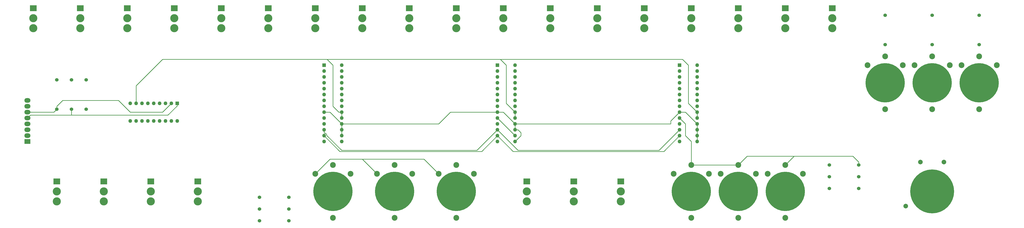
<source format=gbr>
G04 #@! TF.FileFunction,Copper,L1,Top,Signal*
%FSLAX46Y46*%
G04 Gerber Fmt 4.6, Leading zero omitted, Abs format (unit mm)*
G04 Created by KiCad (PCBNEW 4.0.5) date 04/16/17 00:06:54*
%MOMM*%
%LPD*%
G01*
G04 APERTURE LIST*
%ADD10C,0.100000*%
%ADD11R,1.600000X1.600000*%
%ADD12O,1.600000X1.600000*%
%ADD13R,3.000000X2.500000*%
%ADD14C,3.500000*%
%ADD15R,2.600000X2.000000*%
%ADD16O,2.600000X2.000000*%
%ADD17C,17.000000*%
%ADD18C,2.500000*%
%ADD19C,1.524000*%
%ADD20C,19.000000*%
%ADD21C,2.000000*%
%ADD22C,0.254000*%
G04 APERTURE END LIST*
D10*
D11*
X91440000Y-93980000D03*
D12*
X71120000Y-101600000D03*
X88900000Y-93980000D03*
X73660000Y-101600000D03*
X86360000Y-93980000D03*
X76200000Y-101600000D03*
X83820000Y-93980000D03*
X78740000Y-101600000D03*
X81280000Y-93980000D03*
X81280000Y-101600000D03*
X78740000Y-93980000D03*
X83820000Y-101600000D03*
X76200000Y-93980000D03*
X86360000Y-101600000D03*
X73660000Y-93980000D03*
X88900000Y-101600000D03*
X71120000Y-93980000D03*
X91440000Y-101600000D03*
D13*
X80010000Y-127780000D03*
D14*
X80010000Y-132080000D03*
X80010000Y-136380000D03*
D13*
X59690000Y-127780000D03*
D14*
X59690000Y-132080000D03*
X59690000Y-136380000D03*
D15*
X26670000Y-110490000D03*
D16*
X26670000Y-107950000D03*
X26670000Y-105410000D03*
X26670000Y-102870000D03*
X26670000Y-100330000D03*
X26670000Y-97790000D03*
X26670000Y-95250000D03*
X26670000Y-92710000D03*
D11*
X308610000Y-77470000D03*
D12*
X316230000Y-110490000D03*
X308610000Y-80010000D03*
X316230000Y-107950000D03*
X308610000Y-82550000D03*
X316230000Y-105410000D03*
X308610000Y-85090000D03*
X316230000Y-102870000D03*
X308610000Y-87630000D03*
X316230000Y-100330000D03*
X308610000Y-90170000D03*
X316230000Y-97790000D03*
X308610000Y-92710000D03*
X316230000Y-95250000D03*
X308610000Y-95250000D03*
X316230000Y-92710000D03*
X308610000Y-97790000D03*
X316230000Y-90170000D03*
X308610000Y-100330000D03*
X316230000Y-87630000D03*
X308610000Y-102870000D03*
X316230000Y-85090000D03*
X308610000Y-105410000D03*
X316230000Y-82550000D03*
X308610000Y-107950000D03*
X316230000Y-80010000D03*
X308610000Y-110490000D03*
X316230000Y-77470000D03*
D11*
X154940000Y-77470000D03*
D12*
X162560000Y-110490000D03*
X154940000Y-80010000D03*
X162560000Y-107950000D03*
X154940000Y-82550000D03*
X162560000Y-105410000D03*
X154940000Y-85090000D03*
X162560000Y-102870000D03*
X154940000Y-87630000D03*
X162560000Y-100330000D03*
X154940000Y-90170000D03*
X162560000Y-97790000D03*
X154940000Y-92710000D03*
X162560000Y-95250000D03*
X154940000Y-95250000D03*
X162560000Y-92710000D03*
X154940000Y-97790000D03*
X162560000Y-90170000D03*
X154940000Y-100330000D03*
X162560000Y-87630000D03*
X154940000Y-102870000D03*
X162560000Y-85090000D03*
X154940000Y-105410000D03*
X162560000Y-82550000D03*
X154940000Y-107950000D03*
X162560000Y-80010000D03*
X154940000Y-110490000D03*
X162560000Y-77470000D03*
D11*
X229870000Y-77470000D03*
D12*
X237490000Y-110490000D03*
X229870000Y-80010000D03*
X237490000Y-107950000D03*
X229870000Y-82550000D03*
X237490000Y-105410000D03*
X229870000Y-85090000D03*
X237490000Y-102870000D03*
X229870000Y-87630000D03*
X237490000Y-100330000D03*
X229870000Y-90170000D03*
X237490000Y-97790000D03*
X229870000Y-92710000D03*
X237490000Y-95250000D03*
X229870000Y-95250000D03*
X237490000Y-92710000D03*
X229870000Y-97790000D03*
X237490000Y-90170000D03*
X229870000Y-100330000D03*
X237490000Y-87630000D03*
X229870000Y-102870000D03*
X237490000Y-85090000D03*
X229870000Y-105410000D03*
X237490000Y-82550000D03*
X229870000Y-107950000D03*
X237490000Y-80010000D03*
X229870000Y-110490000D03*
X237490000Y-77470000D03*
D13*
X130810000Y-52850000D03*
D14*
X130810000Y-57150000D03*
X130810000Y-61450000D03*
D13*
X151130000Y-52850000D03*
D14*
X151130000Y-57150000D03*
X151130000Y-61450000D03*
D13*
X374650000Y-52850000D03*
D14*
X374650000Y-57150000D03*
X374650000Y-61450000D03*
D13*
X354330000Y-52850000D03*
D14*
X354330000Y-57150000D03*
X354330000Y-61450000D03*
D13*
X334010000Y-52850000D03*
D14*
X334010000Y-57150000D03*
X334010000Y-61450000D03*
D13*
X313690000Y-52850000D03*
D14*
X313690000Y-57150000D03*
X313690000Y-61450000D03*
D13*
X293370000Y-52850000D03*
D14*
X293370000Y-57150000D03*
X293370000Y-61450000D03*
D13*
X273050000Y-52850000D03*
D14*
X273050000Y-57150000D03*
X273050000Y-61450000D03*
D13*
X252730000Y-52850000D03*
D14*
X252730000Y-57150000D03*
X252730000Y-61450000D03*
D13*
X232410000Y-52850000D03*
D14*
X232410000Y-57150000D03*
X232410000Y-61450000D03*
D13*
X212090000Y-52850000D03*
D14*
X212090000Y-57150000D03*
X212090000Y-61450000D03*
D13*
X191770000Y-52850000D03*
D14*
X191770000Y-57150000D03*
X191770000Y-61450000D03*
D13*
X171450000Y-52850000D03*
D14*
X171450000Y-57150000D03*
X171450000Y-61450000D03*
D13*
X110490000Y-52850000D03*
D14*
X110490000Y-57150000D03*
X110490000Y-61450000D03*
D13*
X90170000Y-52850000D03*
D14*
X90170000Y-57150000D03*
X90170000Y-61450000D03*
D13*
X69850000Y-52850000D03*
D14*
X69850000Y-57150000D03*
X69850000Y-61450000D03*
D13*
X49530000Y-52850000D03*
D14*
X49530000Y-57150000D03*
X49530000Y-61450000D03*
D13*
X29210000Y-52850000D03*
D14*
X29210000Y-57150000D03*
X29210000Y-61450000D03*
D13*
X39370000Y-127780000D03*
D14*
X39370000Y-132080000D03*
X39370000Y-136380000D03*
D13*
X100330000Y-127780000D03*
D14*
X100330000Y-132080000D03*
X100330000Y-136380000D03*
D13*
X242570000Y-127780000D03*
D14*
X242570000Y-132080000D03*
X242570000Y-136380000D03*
D13*
X262890000Y-127780000D03*
D14*
X262890000Y-132080000D03*
X262890000Y-136380000D03*
D13*
X283210000Y-127780000D03*
D14*
X283210000Y-132080000D03*
X283210000Y-136380000D03*
D17*
X438150000Y-85090000D03*
D18*
X438150000Y-73660000D03*
X445770000Y-77470000D03*
X430530000Y-77470000D03*
X438150000Y-96520000D03*
D17*
X417830000Y-85090000D03*
D18*
X417830000Y-73660000D03*
X425450000Y-77470000D03*
X410210000Y-77470000D03*
X417830000Y-96520000D03*
D17*
X397510000Y-85090000D03*
D18*
X397510000Y-73660000D03*
X405130000Y-77470000D03*
X389890000Y-77470000D03*
X397510000Y-96520000D03*
D17*
X158750000Y-132080000D03*
D18*
X158750000Y-120650000D03*
X166370000Y-124460000D03*
X151130000Y-124460000D03*
X158750000Y-143510000D03*
D17*
X185420000Y-132080000D03*
D18*
X185420000Y-120650000D03*
X193040000Y-124460000D03*
X177800000Y-124460000D03*
X185420000Y-143510000D03*
D17*
X212090000Y-132080000D03*
D18*
X212090000Y-120650000D03*
X219710000Y-124460000D03*
X204470000Y-124460000D03*
X212090000Y-143510000D03*
D17*
X354330000Y-132080000D03*
D18*
X354330000Y-120650000D03*
X361950000Y-124460000D03*
X346710000Y-124460000D03*
X354330000Y-143510000D03*
D17*
X334010000Y-132080000D03*
D18*
X334010000Y-120650000D03*
X341630000Y-124460000D03*
X326390000Y-124460000D03*
X334010000Y-143510000D03*
D17*
X313690000Y-132080000D03*
D18*
X313690000Y-120650000D03*
X321310000Y-124460000D03*
X306070000Y-124460000D03*
X313690000Y-143510000D03*
D19*
X397510000Y-68580000D03*
X397510000Y-55880000D03*
X417830000Y-55880000D03*
X417830000Y-68580000D03*
X438150000Y-55880000D03*
X438150000Y-68580000D03*
X386080000Y-120650000D03*
X373380000Y-120650000D03*
X386080000Y-125730000D03*
X373380000Y-125730000D03*
X386080000Y-130810000D03*
X373380000Y-130810000D03*
X52070000Y-83820000D03*
X52070000Y-96520000D03*
X45720000Y-83820000D03*
X45720000Y-96520000D03*
X39370000Y-83820000D03*
X39370000Y-96520000D03*
X139700000Y-134620000D03*
X127000000Y-134620000D03*
X139700000Y-139700000D03*
X127000000Y-139700000D03*
X139700000Y-144780000D03*
X127000000Y-144780000D03*
D20*
X417830000Y-132080000D03*
D21*
X422910000Y-119380000D03*
X412750000Y-119380000D03*
X406400000Y-138430000D03*
D22*
X162560000Y-97790000D02*
X162560000Y-100330000D01*
X237490000Y-97790000D02*
X237490000Y-100330000D01*
X316230000Y-97790000D02*
X316230000Y-100330000D01*
X312420000Y-93980000D02*
X316230000Y-97790000D01*
X312420000Y-77470000D02*
X312420000Y-93980000D01*
X309880000Y-74930000D02*
X312420000Y-77470000D01*
X231140000Y-74930000D02*
X309880000Y-74930000D01*
X237490000Y-97790000D02*
X233680000Y-93980000D01*
X233680000Y-93980000D02*
X233680000Y-77470000D01*
X233680000Y-77470000D02*
X231140000Y-74930000D01*
X231140000Y-74930000D02*
X156210000Y-74930000D01*
X162560000Y-97790000D02*
X161290000Y-97790000D01*
X161290000Y-97790000D02*
X158750000Y-95250000D01*
X158750000Y-95250000D02*
X158750000Y-77470000D01*
X85090000Y-74930000D02*
X73660000Y-86360000D01*
X158750000Y-77470000D02*
X156210000Y-74930000D01*
X156210000Y-74930000D02*
X85090000Y-74930000D01*
X73660000Y-86360000D02*
X73660000Y-93980000D01*
X45720000Y-96520000D02*
X45720000Y-99060000D01*
X229870000Y-105410000D02*
X238760000Y-114300000D01*
X238760000Y-114300000D02*
X299720000Y-114300000D01*
X299720000Y-114300000D02*
X308610000Y-105410000D01*
X154940000Y-105410000D02*
X154940000Y-106680000D01*
X220980000Y-114300000D02*
X229870000Y-105410000D01*
X154940000Y-106680000D02*
X155082999Y-106822999D01*
X155082999Y-106822999D02*
X155480961Y-106822999D01*
X155480961Y-106822999D02*
X156067001Y-107409039D01*
X156067001Y-107409039D02*
X156067001Y-107807001D01*
X156067001Y-107807001D02*
X162560000Y-114300000D01*
X162560000Y-114300000D02*
X220980000Y-114300000D01*
X26670000Y-100330000D02*
X27940000Y-99060000D01*
X27940000Y-99060000D02*
X45720000Y-99060000D01*
X45720000Y-99060000D02*
X87414000Y-99060000D01*
X87414000Y-99060000D02*
X91440000Y-95034000D01*
X91440000Y-95034000D02*
X91440000Y-93980000D01*
X301805989Y-114754011D02*
X308610000Y-107950000D01*
X229870000Y-107950000D02*
X236674011Y-114754011D01*
X236674011Y-114754011D02*
X301805989Y-114754011D01*
X223065990Y-114754010D02*
X229870000Y-107950000D01*
X161744010Y-114754010D02*
X223065990Y-114754010D01*
X154940000Y-107950000D02*
X161744010Y-114754010D01*
X39370000Y-96520000D02*
X39370000Y-95250000D01*
X39370000Y-95250000D02*
X41910000Y-92710000D01*
X41910000Y-92710000D02*
X66040000Y-92710000D01*
X66040000Y-92710000D02*
X71120000Y-97790000D01*
X71120000Y-97790000D02*
X85090000Y-97790000D01*
X85090000Y-97790000D02*
X88900000Y-93980000D01*
X26670000Y-97790000D02*
X38100000Y-97790000D01*
X38100000Y-97790000D02*
X39370000Y-96520000D01*
X313690000Y-120650000D02*
X313690000Y-110490000D01*
X311150000Y-102870000D02*
X308610000Y-100330000D01*
X311150000Y-107950000D02*
X311150000Y-102870000D01*
X313690000Y-110490000D02*
X311150000Y-107950000D01*
X334010000Y-120650000D02*
X313690000Y-120650000D01*
X358140000Y-116840000D02*
X337820000Y-116840000D01*
X337820000Y-116840000D02*
X334010000Y-120650000D01*
X386080000Y-120650000D02*
X386080000Y-119380000D01*
X358140000Y-116840000D02*
X354330000Y-120650000D01*
X383540000Y-116840000D02*
X358140000Y-116840000D01*
X386080000Y-119380000D02*
X383540000Y-116840000D01*
X229870000Y-100330000D02*
X237490000Y-107950000D01*
X198120000Y-118110000D02*
X204470000Y-124460000D01*
X171450000Y-118110000D02*
X198120000Y-118110000D01*
X151130000Y-124460000D02*
X157480000Y-118110000D01*
X157480000Y-118110000D02*
X171450000Y-118110000D01*
X171450000Y-118110000D02*
X177800000Y-124460000D01*
X237490000Y-105410000D02*
X238760000Y-105410000D01*
X240030000Y-107950000D02*
X237490000Y-110490000D01*
X240030000Y-106680000D02*
X240030000Y-107950000D01*
X238760000Y-105410000D02*
X240030000Y-106680000D01*
X237490000Y-102870000D02*
X237490000Y-105410000D01*
X316230000Y-107950000D02*
X316230000Y-110490000D01*
X316230000Y-105410000D02*
X316230000Y-107950000D01*
X316230000Y-102870000D02*
X316230000Y-105410000D01*
X308610000Y-97790000D02*
X311150000Y-97790000D01*
X311150000Y-97790000D02*
X316230000Y-102870000D01*
X304800000Y-102870000D02*
X304800000Y-101600000D01*
X304800000Y-101600000D02*
X308610000Y-97790000D01*
X237490000Y-102870000D02*
X304800000Y-102870000D01*
X229870000Y-97790000D02*
X232410000Y-97790000D01*
X232410000Y-97790000D02*
X237490000Y-102870000D01*
X162560000Y-105410000D02*
X162560000Y-107950000D01*
X204470000Y-102870000D02*
X209550000Y-97790000D01*
X209550000Y-97790000D02*
X229870000Y-97790000D01*
X162560000Y-102870000D02*
X204470000Y-102870000D01*
X162560000Y-102870000D02*
X162560000Y-105410000D01*
X154940000Y-97790000D02*
X157480000Y-97790000D01*
X157480000Y-97790000D02*
X162560000Y-102870000D01*
M02*

</source>
